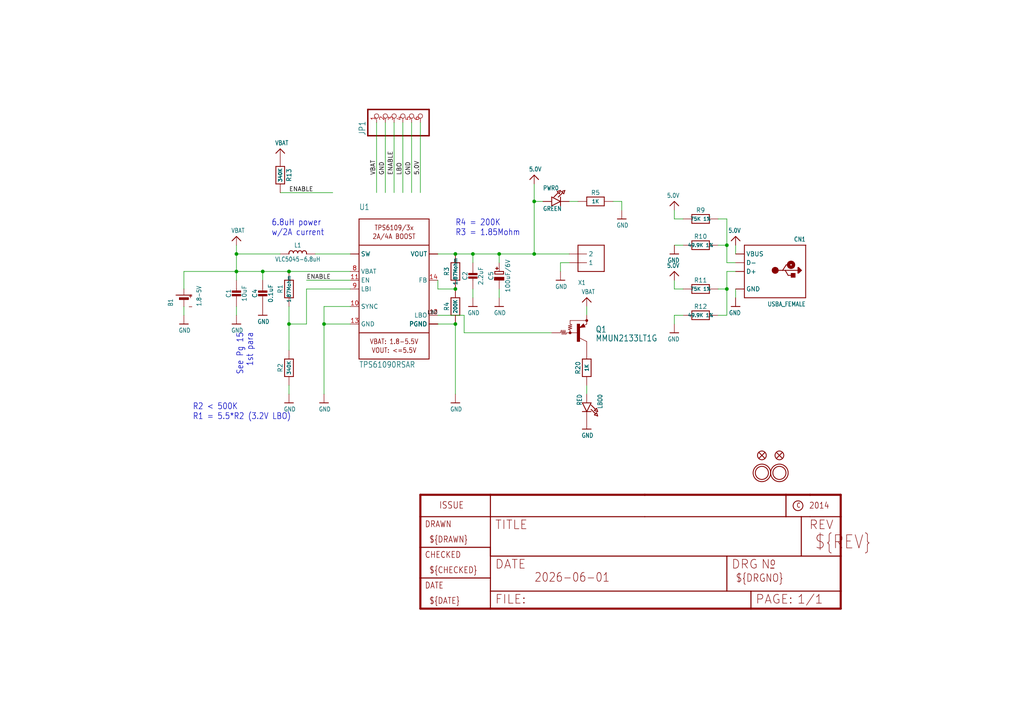
<source format=kicad_sch>
(kicad_sch (version 20230121) (generator eeschema)
  (paper "A4")
  (lib_symbols
    (symbol "working-eagle-import:-PNP_DRIVER-SC59-BEC"
      (property "Reference" "T" (at -10.16 7.62 0))
      (symbol "-PNP_DRIVER-SC59-BEC_1_0"
        (circle (center -2.286 0) (radius 0.254) (stroke (width 0.3048)))
        (rectangle (start -0.254 -2.54) (end 0.508 2.54) (fill (type outline)))
        (polyline (pts (xy -5.08 0) (xy -4.826 0.762)) (stroke (width 0.1524)))
        (polyline (pts (xy -4.826 0.762) (xy -4.572 -0.508)) (stroke (width 0.1524)))
        (polyline (pts (xy -4.572 -0.508) (xy -4.318 0.762)) (stroke (width 0.1524)))
        (polyline (pts (xy -4.318 0.762) (xy -4.064 -0.508)) (stroke (width 0.1524)))
        (polyline (pts (xy -4.064 -0.508) (xy -3.81 0.762)) (stroke (width 0.1524)))
        (polyline (pts (xy -3.81 0.762) (xy -3.556 -0.508)) (stroke (width 0.1524)))
        (polyline (pts (xy -3.556 -0.508) (xy -3.302 0)) (stroke (width 0.1524)))
        (polyline (pts (xy -3.302 0) (xy -2.286 0)) (stroke (width 0.1524)))
        (polyline (pts (xy -2.794 1.016) (xy -1.778 1.27)) (stroke (width 0.1524)))
        (polyline (pts (xy -2.794 1.524) (xy -1.778 1.778)) (stroke (width 0.1524)))
        (polyline (pts (xy -2.794 2.032) (xy -1.778 2.286)) (stroke (width 0.1524)))
        (polyline (pts (xy -2.286 0) (xy -2.286 0.762)) (stroke (width 0.1524)))
        (polyline (pts (xy -2.286 0) (xy -0.254 0)) (stroke (width 0.1524)))
        (polyline (pts (xy -2.286 0.762) (xy -2.794 1.016)) (stroke (width 0.1524)))
        (polyline (pts (xy -2.286 2.54) (xy -2.286 3.556)) (stroke (width 0.1524)))
        (polyline (pts (xy -2.286 3.556) (xy 2.54 3.556)) (stroke (width 0.1524)))
        (polyline (pts (xy -1.778 1.27) (xy -2.794 1.524)) (stroke (width 0.1524)))
        (polyline (pts (xy -1.778 1.778) (xy -2.794 2.032)) (stroke (width 0.1524)))
        (polyline (pts (xy -1.778 2.286) (xy -2.286 2.54)) (stroke (width 0.1524)))
        (polyline (pts (xy 0.5159 1.478) (xy 2.0861 1.6779)) (stroke (width 0.1524)))
        (polyline (pts (xy 0.762 1.651) (xy 1.778 1.778)) (stroke (width 0.254)))
        (polyline (pts (xy 1.143 1.905) (xy 1.524 1.905)) (stroke (width 0.254)))
        (polyline (pts (xy 1.524 2.159) (xy 1.143 1.905)) (stroke (width 0.254)))
        (polyline (pts (xy 1.524 2.413) (xy 0.762 1.651)) (stroke (width 0.254)))
        (polyline (pts (xy 1.5781 2.5941) (xy 0.5159 1.478)) (stroke (width 0.1524)))
        (polyline (pts (xy 1.778 1.778) (xy 1.524 2.159)) (stroke (width 0.254)))
        (polyline (pts (xy 1.905 1.778) (xy 1.524 2.413)) (stroke (width 0.254)))
        (polyline (pts (xy 2.0861 1.6779) (xy 1.5781 2.5941)) (stroke (width 0.1524)))
        (polyline (pts (xy 2.54 -2.54) (xy 0.508 -1.524)) (stroke (width 0.1524)))
        (polyline (pts (xy 2.54 2.54) (xy 1.808 2.1239)) (stroke (width 0.1524)))
        (circle (center 2.54 3.556) (radius 0.254) (stroke (width 0.3048)))
        (pin passive line (at -7.62 0 0) (length 2.54) (name "B") (number "B"))
        (pin passive line (at 2.54 -5.08 90) (length 2.54) (name "C") (number "C"))
        (pin passive line (at 2.54 5.08 270) (length 2.54) (name "E") (number "E"))
      )
    )
    (symbol "working-eagle-import:5.0V" (power)
      (property "Value" "5.0V" (at -1.524 1.016 0))
      (symbol "5.0V_1_0"
        (polyline (pts (xy -1.27 -1.27) (xy 0 0)) (stroke (width 0.254)))
        (polyline (pts (xy 0 0) (xy 1.27 -1.27)) (stroke (width 0.254)))
        (pin power_in line (at 0 -2.54 90) (length 2.54) (name "5.0V") (number "1"))
      )
    )
    (symbol "working-eagle-import:BATTERY"
      (property "Reference" "B" (at -2.54 3.175 0))
      (symbol "BATTERY_1_0"
        (polyline (pts (xy -2.54 0) (xy -0.635 0)) (stroke (width 0.1524)))
        (polyline (pts (xy -0.508 -1.27) (xy -0.508 1.27)) (stroke (width 0.254)))
        (polyline (pts (xy -0.508 1.27) (xy -0.254 1.27)) (stroke (width 0.254)))
        (polyline (pts (xy -0.254 -1.27) (xy -0.508 -1.27)) (stroke (width 0.254)))
        (polyline (pts (xy -0.254 1.27) (xy -0.254 -1.27)) (stroke (width 0.254)))
        (polyline (pts (xy -0.254 1.27) (xy 0 1.27)) (stroke (width 0.254)))
        (polyline (pts (xy 0 -1.27) (xy -0.254 -1.27)) (stroke (width 0.254)))
        (polyline (pts (xy 0 1.27) (xy 0 -1.27)) (stroke (width 0.254)))
        (polyline (pts (xy 0.762 2.286) (xy 0.762 -2.286)) (stroke (width 0.254)))
        (polyline (pts (xy 0.889 0) (xy 2.54 0)) (stroke (width 0.1524)))
        (text "+" (at 1.27 -1.143 900) (effects (font (size 1.27 1.0795)) (justify right top)))
        (text "-" (at -1.778 -1.143 900) (effects (font (size 1.27 1.0795)) (justify right top)))
        (pin passive line (at -2.54 0 0) (length 0) (name "-") (number "1"))
        (pin passive line (at 2.54 0 180) (length 0) (name "+") (number "2"))
      )
    )
    (symbol "working-eagle-import:CAP_CERAMIC0805-NOOUTLINE"
      (property "Reference" "C" (at -2.29 1.25 90))
      (symbol "CAP_CERAMIC0805-NOOUTLINE_1_0"
        (rectangle (start -1.27 0.508) (end 1.27 1.016) (fill (type outline)))
        (rectangle (start -1.27 1.524) (end 1.27 2.032) (fill (type outline)))
        (polyline (pts (xy 0 0.762) (xy 0 0)) (stroke (width 0.1524)))
        (polyline (pts (xy 0 2.54) (xy 0 1.778)) (stroke (width 0.1524)))
        (pin passive line (at 0 5.08 270) (length 2.54) (name "1") (number "1"))
        (pin passive line (at 0 -2.54 90) (length 2.54) (name "2") (number "2"))
      )
    )
    (symbol "working-eagle-import:CAP_TANTALUMB/3528_REFLOW"
      (property "Reference" "C" (at -2.39 1.25 90))
      (symbol "CAP_TANTALUMB/3528_REFLOW_1_0"
        (rectangle (start -1.397 0) (end 1.397 0.889) (fill (type outline)))
        (polyline (pts (xy -1.27 1.778) (xy -1.27 2.54)) (stroke (width 0.254)))
        (polyline (pts (xy -1.27 2.54) (xy 1.27 2.54)) (stroke (width 0.254)))
        (polyline (pts (xy -1.016 3.429) (xy -0.254 3.429)) (stroke (width 0.254)))
        (polyline (pts (xy -0.635 3.81) (xy -0.635 3.048)) (stroke (width 0.254)))
        (polyline (pts (xy 1.27 1.778) (xy -1.27 1.778)) (stroke (width 0.254)))
        (polyline (pts (xy 1.27 2.54) (xy 1.27 1.778)) (stroke (width 0.254)))
        (pin passive line (at 0 5.08 270) (length 2.54) (name "+") (number "+"))
        (pin passive line (at 0 -2.54 90) (length 2.54) (name "-") (number "-"))
      )
    )
    (symbol "working-eagle-import:FIDUCIAL{dblquote}{dblquote}"
      (symbol "FIDUCIAL{dblquote}{dblquote}_1_0"
        (polyline (pts (xy -0.762 0.762) (xy 0.762 -0.762)) (stroke (width 0.254)))
        (polyline (pts (xy 0.762 0.762) (xy -0.762 -0.762)) (stroke (width 0.254)))
        (circle (center 0 0) (radius 1.27) (stroke (width 0.254)))
      )
    )
    (symbol "working-eagle-import:FRAME_A4"
      (symbol "FRAME_A4_1_0"
        (polyline (pts (xy 0 44.7675) (xy 3.81 44.7675)))
        (polyline (pts (xy 0 89.535) (xy 3.81 89.535)))
        (polyline (pts (xy 0 134.3025) (xy 3.81 134.3025)))
        (polyline (pts (xy 3.81 3.81) (xy 3.81 175.26)))
        (polyline (pts (xy 43.3917 0) (xy 43.3917 3.81)))
        (polyline (pts (xy 43.3917 175.26) (xy 43.3917 179.07)))
        (polyline (pts (xy 86.7833 0) (xy 86.7833 3.81)))
        (polyline (pts (xy 86.7833 175.26) (xy 86.7833 179.07)))
        (polyline (pts (xy 130.175 0) (xy 130.175 3.81)))
        (polyline (pts (xy 130.175 175.26) (xy 130.175 179.07)))
        (polyline (pts (xy 173.5667 0) (xy 173.5667 3.81)))
        (polyline (pts (xy 173.5667 175.26) (xy 173.5667 179.07)))
        (polyline (pts (xy 216.9583 0) (xy 216.9583 3.81)))
        (polyline (pts (xy 216.9583 175.26) (xy 216.9583 179.07)))
        (polyline (pts (xy 256.54 3.81) (xy 3.81 3.81)))
        (polyline (pts (xy 256.54 3.81) (xy 256.54 8.89)) (stroke (width 0.1016)))
        (polyline (pts (xy 256.54 3.81) (xy 256.54 175.26)))
        (polyline (pts (xy 256.54 8.89) (xy 256.54 13.97)) (stroke (width 0.1016)))
        (polyline (pts (xy 256.54 13.97) (xy 256.54 19.05)) (stroke (width 0.1016)))
        (polyline (pts (xy 256.54 19.05) (xy 256.54 36.83)) (stroke (width 0.1016)))
        (polyline (pts (xy 256.54 44.7675) (xy 260.35 44.7675)))
        (polyline (pts (xy 256.54 89.535) (xy 260.35 89.535)))
        (polyline (pts (xy 256.54 134.3025) (xy 260.35 134.3025)))
        (polyline (pts (xy 256.54 175.26) (xy 3.81 175.26)))
        (polyline (pts (xy 0 0) (xy 260.35 0) (xy 260.35 179.07) (xy 0 179.07) (xy 0 0)))
        (text "1" (at 21.6958 1.905 0) (effects (font (size 2.54 2.286))))
        (text "1" (at 21.6958 177.165 0) (effects (font (size 2.54 2.286))))
        (text "2" (at 65.0875 1.905 0) (effects (font (size 2.54 2.286))))
        (text "2" (at 65.0875 177.165 0) (effects (font (size 2.54 2.286))))
        (text "3" (at 108.4792 1.905 0) (effects (font (size 2.54 2.286))))
        (text "3" (at 108.4792 177.165 0) (effects (font (size 2.54 2.286))))
        (text "4" (at 151.8708 1.905 0) (effects (font (size 2.54 2.286))))
        (text "4" (at 151.8708 177.165 0) (effects (font (size 2.54 2.286))))
        (text "5" (at 195.2625 1.905 0) (effects (font (size 2.54 2.286))))
        (text "5" (at 195.2625 177.165 0) (effects (font (size 2.54 2.286))))
        (text "6" (at 238.6542 1.905 0) (effects (font (size 2.54 2.286))))
        (text "6" (at 238.6542 177.165 0) (effects (font (size 2.54 2.286))))
        (text "A" (at 1.905 156.6863 0) (effects (font (size 2.54 2.286))))
        (text "A" (at 258.445 156.6863 0) (effects (font (size 2.54 2.286))))
        (text "B" (at 1.905 111.9188 0) (effects (font (size 2.54 2.286))))
        (text "B" (at 258.445 111.9188 0) (effects (font (size 2.54 2.286))))
        (text "C" (at 1.905 67.1513 0) (effects (font (size 2.54 2.286))))
        (text "C" (at 258.445 67.1513 0) (effects (font (size 2.54 2.286))))
        (text "D" (at 1.905 22.3838 0) (effects (font (size 2.54 2.286))))
        (text "D" (at 258.445 22.3838 0) (effects (font (size 2.54 2.286))))
      )
      (symbol "FRAME_A4_2_0"
        (polyline (pts (xy 0 1.27) (xy 20.32 1.27)) (stroke (width 0.6096)))
        (polyline (pts (xy 0 10.16) (xy 0 1.27)) (stroke (width 0.6096)))
        (polyline (pts (xy 0 10.16) (xy 20.32 10.16)) (stroke (width 0.3048)))
        (polyline (pts (xy 0 19.05) (xy 0 10.16)) (stroke (width 0.6096)))
        (polyline (pts (xy 0 19.05) (xy 20.32 19.05)) (stroke (width 0.3048)))
        (polyline (pts (xy 0 27.94) (xy 0 19.05)) (stroke (width 0.6096)))
        (polyline (pts (xy 0 27.94) (xy 20.32 27.94)) (stroke (width 0.3048)))
        (polyline (pts (xy 0 34.29) (xy 0 27.94)) (stroke (width 0.6096)))
        (polyline (pts (xy 20.32 1.27) (xy 20.32 6.35)) (stroke (width 0.3048)))
        (polyline (pts (xy 20.32 1.27) (xy 95.885 1.27)) (stroke (width 0.6096)))
        (polyline (pts (xy 20.32 6.35) (xy 20.32 10.16)) (stroke (width 0.3048)))
        (polyline (pts (xy 20.32 6.35) (xy 88.9 6.35)) (stroke (width 0.3048)))
        (polyline (pts (xy 20.32 10.16) (xy 20.32 19.05)) (stroke (width 0.3048)))
        (polyline (pts (xy 20.32 16.51) (xy 20.32 19.05)) (stroke (width 0.3048)))
        (polyline (pts (xy 20.32 19.05) (xy 20.32 27.94)) (stroke (width 0.3048)))
        (polyline (pts (xy 20.32 27.94) (xy 20.32 34.29)) (stroke (width 0.3048)))
        (polyline (pts (xy 20.32 27.94) (xy 65.0875 27.94)) (stroke (width 0.3048)))
        (polyline (pts (xy 20.32 34.29) (xy 0 34.29)) (stroke (width 0.6096)))
        (polyline (pts (xy 65.0875 27.94) (xy 106.045 27.94)) (stroke (width 0.3048)))
        (polyline (pts (xy 65.0875 34.29) (xy 20.32 34.29)) (stroke (width 0.6096)))
        (polyline (pts (xy 88.9 6.35) (xy 95.885 6.35)) (stroke (width 0.3048)))
        (polyline (pts (xy 88.9 16.51) (xy 20.32 16.51)) (stroke (width 0.3048)))
        (polyline (pts (xy 88.9 16.51) (xy 88.9 6.35)) (stroke (width 0.3048)))
        (polyline (pts (xy 95.885 1.27) (xy 121.92 1.27)) (stroke (width 0.6096)))
        (polyline (pts (xy 95.885 6.35) (xy 95.885 1.27)) (stroke (width 0.3048)))
        (polyline (pts (xy 95.885 6.35) (xy 121.92 6.35)) (stroke (width 0.3048)))
        (polyline (pts (xy 101.6 13.0175) (xy 102.5525 13.0175)) (stroke (width 0.254)))
        (polyline (pts (xy 106.045 27.94) (xy 106.045 34.29)) (stroke (width 0.3048)))
        (polyline (pts (xy 106.045 27.94) (xy 110.49 27.94)) (stroke (width 0.3048)))
        (polyline (pts (xy 106.045 34.29) (xy 65.0875 34.29)) (stroke (width 0.6096)))
        (polyline (pts (xy 110.49 16.51) (xy 88.9 16.51)) (stroke (width 0.3048)))
        (polyline (pts (xy 110.49 27.94) (xy 110.49 16.51)) (stroke (width 0.3048)))
        (polyline (pts (xy 110.49 27.94) (xy 113.03 27.94)) (stroke (width 0.3048)))
        (polyline (pts (xy 113.03 27.94) (xy 121.92 27.94)) (stroke (width 0.3048)))
        (polyline (pts (xy 113.03 34.29) (xy 106.045 34.29)) (stroke (width 0.6096)))
        (polyline (pts (xy 121.92 6.35) (xy 121.92 1.27)) (stroke (width 0.6096)))
        (polyline (pts (xy 121.92 16.51) (xy 110.49 16.51)) (stroke (width 0.3048)))
        (polyline (pts (xy 121.92 16.51) (xy 121.92 6.35)) (stroke (width 0.6096)))
        (polyline (pts (xy 121.92 27.94) (xy 121.92 16.51)) (stroke (width 0.6096)))
        (polyline (pts (xy 121.92 34.29) (xy 113.03 34.29)) (stroke (width 0.6096)))
        (polyline (pts (xy 121.92 34.29) (xy 121.92 27.94)) (stroke (width 0.6096)))
        (circle (center 109.5375 31.115) (radius 1.4199) (stroke (width 0.254)))
        (text "${#}/${##}" (at 109.22 2.54 0) (effects (font (size 2.54 2.54)) (justify left bottom)))
        (text "${CHECKED}" (at 2.54 11.43 0) (effects (font (size 1.778 1.5113)) (justify left bottom)))
        (text "${COMPANY}" (at 23.6538 29.3687 0) (effects (font (size 3.175 2.6987) (thickness 0.5397) bold) (justify left bottom)))
        (text "${CURRENT_DATE}" (at 33.02 8.89 0) (effects (font (size 2.54 2.159)) (justify left bottom)))
        (text "${DATE}" (at 2.54 2.54 0) (effects (font (size 1.778 1.5113)) (justify left bottom)))
        (text "${DRAWN}" (at 2.54 20.32 0) (effects (font (size 1.778 1.5113)) (justify left bottom)))
        (text "${DRGNO}" (at 91.44 8.89 0) (effects (font (size 2.1844 1.8567)) (justify left bottom)))
        (text "${PROJECTNAME}" (at 33.3375 2.54 0) (effects (font (size 2.54 2.159)) (justify left bottom)))
        (text "${REV}" (at 114.3 18.415 0) (effects (font (size 3.81 3.2385)) (justify left bottom)))
        (text "2014" (at 112.7125 30.1625 0) (effects (font (size 1.778 1.5113)) (justify left bottom)))
        (text "C" (at 109.0612 30.48 0) (effects (font (size 1.27 1.0795)) (justify left bottom)))
        (text "CHECKED" (at 1.27 15.875 0) (effects (font (size 1.778 1.5113)) (justify left bottom)))
        (text "DATE" (at 1.27 6.985 0) (effects (font (size 1.778 1.5113)) (justify left bottom)))
        (text "DATE" (at 21.59 12.7 0) (effects (font (size 2.54 2.54)) (justify left bottom)))
        (text "DRAWN" (at 1.27 24.765 0) (effects (font (size 1.778 1.5113)) (justify left bottom)))
        (text "DRG" (at 90.17 12.7 0) (effects (font (size 2.54 2.54)) (justify left bottom)))
        (text "FILE:" (at 21.59 2.54 0) (effects (font (size 2.54 2.54)) (justify left bottom)))
        (text "ISSUE" (at 5.3975 30.1625 0) (effects (font (size 1.9304 1.6408)) (justify left bottom)))
        (text "N" (at 98.7425 12.7 0) (effects (font (size 2.54 2.54)) (justify left bottom)))
        (text "o" (at 101.2825 13.6525 0) (effects (font (size 2.1844 1.8567)) (justify left bottom)))
        (text "PAGE:" (at 97.155 2.54 0) (effects (font (size 2.54 2.54)) (justify left bottom)))
        (text "REV" (at 112.7125 24.13 0) (effects (font (size 2.54 2.54)) (justify left bottom)))
        (text "TITLE" (at 21.59 24.13 0) (effects (font (size 2.54 2.54)) (justify left bottom)))
      )
    )
    (symbol "working-eagle-import:GND" (power)
      (property "Value" "GND" (at -1.524 -2.54 0))
      (symbol "GND_1_0"
        (polyline (pts (xy -1.27 0) (xy 1.27 0)) (stroke (width 0.254)))
        (pin power_in line (at 0 2.54 270) (length 2.54) (name "GND") (number "1"))
      )
    )
    (symbol "working-eagle-import:INDUCTORTDK_VLC5045"
      (property "Reference" "L" (at 0 2.54 0))
      (symbol "INDUCTORTDK_VLC5045_1_0"
        (arc (start -1.27 0.3173) (mid -1.9049 0.9497) (end -2.54 0.3175) (stroke (width 0.254)))
        (polyline (pts (xy -2.54 0.3175) (xy -2.54 0)) (stroke (width 0.254)))
        (polyline (pts (xy 2.54 0.3175) (xy 2.54 0)) (stroke (width 0.254)))
        (arc (start 0 0.3173) (mid -0.6349 0.9497) (end -1.27 0.3175) (stroke (width 0.254)))
        (arc (start 1.27 0.3173) (mid 0.6351 0.9497) (end 0 0.3175) (stroke (width 0.254)))
        (arc (start 2.54 0.3173) (mid 1.9051 0.9497) (end 1.27 0.3175) (stroke (width 0.254)))
        (pin passive line (at -5.08 0 0) (length 2.54) (name "1") (number "P$1"))
        (pin passive line (at 5.08 0 180) (length 2.54) (name "2") (number "P$2"))
      )
    )
    (symbol "working-eagle-import:LED0805_NOOUTLINE"
      (property "Reference" "LED" (at -5.08 3.175 0))
      (symbol "LED0805_NOOUTLINE_1_0"
        (polyline (pts (xy -2.54 -1.27) (xy 0 0)) (stroke (width 0.254)))
        (polyline (pts (xy -2.54 1.27) (xy -2.54 -1.27)) (stroke (width 0.254)))
        (polyline (pts (xy -1.905 1.27) (xy -0.635 2.54)) (stroke (width 0.254)))
        (polyline (pts (xy -0.9525 2.8575) (xy -0.3175 2.2225)) (stroke (width 0.254)))
        (polyline (pts (xy -0.635 1.27) (xy 0.635 2.54)) (stroke (width 0.254)))
        (polyline (pts (xy -0.3175 2.2225) (xy 0 3.175)) (stroke (width 0.254)))
        (polyline (pts (xy 0 0) (xy -2.54 1.27)) (stroke (width 0.254)))
        (polyline (pts (xy 0 0) (xy 0 -1.27)) (stroke (width 0.254)))
        (polyline (pts (xy 0 1.27) (xy 0 0)) (stroke (width 0.254)))
        (polyline (pts (xy 0 3.175) (xy -0.9525 2.8575)) (stroke (width 0.254)))
        (polyline (pts (xy 0.3175 2.8575) (xy 0.9525 2.2225)) (stroke (width 0.254)))
        (polyline (pts (xy 0.9525 2.2225) (xy 1.27 3.175)) (stroke (width 0.254)))
        (polyline (pts (xy 1.27 3.175) (xy 0.3175 2.8575)) (stroke (width 0.254)))
        (pin passive line (at -5.08 0 0) (length 2.54) (name "A") (number "A"))
        (pin passive line (at 2.54 0 180) (length 2.54) (name "C") (number "C"))
      )
    )
    (symbol "working-eagle-import:MOUNTINGHOLE2.5"
      (symbol "MOUNTINGHOLE2.5_1_0"
        (circle (center 0 0) (radius 1.905) (stroke (width 0.254)))
        (circle (center 0 0) (radius 2.54) (stroke (width 0.254)))
      )
    )
    (symbol "working-eagle-import:PINHD-1X6CB"
      (property "Reference" "JP" (at -6.35 10.795 0))
      (symbol "PINHD-1X6CB_1_0"
        (polyline (pts (xy -6.35 -7.62) (xy 1.27 -7.62)) (stroke (width 0.4064)))
        (polyline (pts (xy -6.35 10.16) (xy -6.35 -7.62)) (stroke (width 0.4064)))
        (polyline (pts (xy 1.27 -7.62) (xy 1.27 10.16)) (stroke (width 0.4064)))
        (polyline (pts (xy 1.27 10.16) (xy -6.35 10.16)) (stroke (width 0.4064)))
        (pin passive inverted (at -2.54 7.62 0) (length 2.54) (name "1") (number "1"))
        (pin passive inverted (at -2.54 5.08 0) (length 2.54) (name "2") (number "2"))
        (pin passive inverted (at -2.54 2.54 0) (length 2.54) (name "3") (number "3"))
        (pin passive inverted (at -2.54 0 0) (length 2.54) (name "4") (number "4"))
        (pin passive inverted (at -2.54 -2.54 0) (length 2.54) (name "5") (number "5"))
        (pin passive inverted (at -2.54 -5.08 0) (length 2.54) (name "6") (number "6"))
      )
    )
    (symbol "working-eagle-import:RESISTOR0805_NOOUTLINE"
      (property "Reference" "R" (at 0 2.54 0))
      (symbol "RESISTOR0805_NOOUTLINE_1_0"
        (polyline (pts (xy -2.54 -1.27) (xy -2.54 1.27)) (stroke (width 0.254)))
        (polyline (pts (xy -2.54 1.27) (xy 2.54 1.27)) (stroke (width 0.254)))
        (polyline (pts (xy 2.54 -1.27) (xy -2.54 -1.27)) (stroke (width 0.254)))
        (polyline (pts (xy 2.54 1.27) (xy 2.54 -1.27)) (stroke (width 0.254)))
        (pin passive line (at -5.08 0 0) (length 2.54) (name "1") (number "1"))
        (pin passive line (at 5.08 0 180) (length 2.54) (name "2") (number "2"))
      )
    )
    (symbol "working-eagle-import:TERMBLOCK_1X2"
      (property "Reference" "X" (at -2.54 7.62 0))
      (symbol "TERMBLOCK_1X2_1_0"
        (polyline (pts (xy -2.54 -2.54) (xy 5.08 -2.54)) (stroke (width 0.254)))
        (polyline (pts (xy -2.54 5.08) (xy -2.54 -2.54)) (stroke (width 0.254)))
        (polyline (pts (xy 5.08 -2.54) (xy 5.08 5.08)) (stroke (width 0.254)))
        (polyline (pts (xy 5.08 5.08) (xy -2.54 5.08)) (stroke (width 0.254)))
        (pin passive line (at -5.08 2.54 0) (length 5.08) (name "1") (number "1"))
        (pin passive line (at -5.08 0 0) (length 5.08) (name "2") (number "2"))
      )
    )
    (symbol "working-eagle-import:USB_TYPEAPTHFML"
      (property "Reference" "X" (at -10.16 8.636 0))
      (symbol "USB_TYPEAPTHFML_1_0"
        (rectangle (start -7.12 -1.72) (end -5.92 -0.52) (fill (type outline)))
        (circle (center -5.92 1.93) (radius 0.2) (stroke (width 1)))
        (circle (center -1.32 0.33) (radius 0.5) (stroke (width 1)))
        (polyline (pts (xy -10.2 7.62) (xy -10.16 7.62)) (stroke (width 0.254)))
        (polyline (pts (xy -10.16 -7.62) (xy 7.62 -7.62)) (stroke (width 0.254)))
        (polyline (pts (xy -10.16 7.62) (xy -10.16 -7.62)) (stroke (width 0.254)))
        (polyline (pts (xy -10.16 7.62) (xy 7.62 7.62)) (stroke (width 0.254)))
        (polyline (pts (xy -8.92 0.33) (xy -8.12 1.13)) (stroke (width 0.254)))
        (polyline (pts (xy -8.52 0.13) (xy -8.32 -0.07)) (stroke (width 0.254)))
        (polyline (pts (xy -8.52 0.33) (xy -8.52 0.13)) (stroke (width 0.254)))
        (polyline (pts (xy -8.32 -0.07) (xy -8.32 0.73)) (stroke (width 0.254)))
        (polyline (pts (xy -8.32 0.73) (xy -8.72 0.33)) (stroke (width 0.254)))
        (polyline (pts (xy -8.12 -0.47) (xy -8.92 0.33)) (stroke (width 0.254)))
        (polyline (pts (xy -8.12 -0.27) (xy -8.12 1.13)) (stroke (width 0.254)))
        (polyline (pts (xy -8.12 1.13) (xy -7.92 1.13)) (stroke (width 0.254)))
        (polyline (pts (xy -7.92 -0.47) (xy -8.12 -0.47)) (stroke (width 0.254)))
        (polyline (pts (xy -7.92 0.33) (xy -7.92 -0.47)) (stroke (width 0.254)))
        (polyline (pts (xy -7.92 1.13) (xy -7.92 0.33)) (stroke (width 0.254)))
        (polyline (pts (xy -6.27 -1.12) (xy -5.07 -1.12)) (stroke (width 0.254)))
        (polyline (pts (xy -5.52 1.93) (xy -4.52 1.93)) (stroke (width 0.254)))
        (polyline (pts (xy -5.07 -1.12) (xy -4.22 0.33)) (stroke (width 0.254)))
        (polyline (pts (xy -4.52 1.93) (xy -3.47 0.33)) (stroke (width 0.254)))
        (polyline (pts (xy -4.22 0.33) (xy -7.92 0.33)) (stroke (width 0.254)))
        (polyline (pts (xy -3.47 0.33) (xy -4.22 0.33)) (stroke (width 0.254)))
        (polyline (pts (xy -1.32 0.33) (xy -3.47 0.33)) (stroke (width 0.254)))
        (polyline (pts (xy 7.62 7.62) (xy 7.62 -7.62)) (stroke (width 0.254)))
        (pin bidirectional line (at 10.16 0 180) (length 2.54) (name "D+") (number "D+"))
        (pin bidirectional line (at 10.16 2.54 180) (length 2.54) (name "D-") (number "D-"))
        (pin power_in line (at 10.16 -5.08 180) (length 2.54) (name "GND") (number "GND"))
        (pin power_in line (at 10.16 5.08 180) (length 2.54) (name "VBUS") (number "VBUS"))
      )
    )
    (symbol "working-eagle-import:VBAT" (power)
      (property "Value" "VBAT" (at -1.524 1.016 0))
      (symbol "VBAT_1_0"
        (polyline (pts (xy -1.27 -1.27) (xy 0 0)) (stroke (width 0.254)))
        (polyline (pts (xy 0 0) (xy 1.27 -1.27)) (stroke (width 0.254)))
        (pin power_in line (at 0 -2.54 90) (length 2.54) (name "VBAT") (number "1"))
      )
    )
    (symbol "working-eagle-import:VREG_TPS6103X"
      (property "Reference" "U" (at -10.16 22.86 0))
      (symbol "VREG_TPS6103X_1_0"
        (polyline (pts (xy -10.16 -20.32) (xy 10.16 -20.32)) (stroke (width 0.254)))
        (polyline (pts (xy -10.16 -12.7) (xy -10.16 -20.32)) (stroke (width 0.254)))
        (polyline (pts (xy -10.16 -12.7) (xy -10.16 12.7)) (stroke (width 0.254)))
        (polyline (pts (xy -10.16 12.7) (xy -10.16 20.32)) (stroke (width 0.254)))
        (polyline (pts (xy -10.16 12.7) (xy 10.16 12.7)) (stroke (width 0.254)))
        (polyline (pts (xy -10.16 20.32) (xy 10.16 20.32)) (stroke (width 0.254)))
        (polyline (pts (xy 10.16 -20.32) (xy 10.16 -12.7)) (stroke (width 0.254)))
        (polyline (pts (xy 10.16 -12.7) (xy -10.16 -12.7)) (stroke (width 0.254)))
        (polyline (pts (xy 10.16 12.7) (xy 10.16 -12.7)) (stroke (width 0.254)))
        (polyline (pts (xy 10.16 20.32) (xy 10.16 12.7)) (stroke (width 0.254)))
        (text "2A/4A BOOST" (at 0 15.24 0) (effects (font (size 1.4224 1.209))))
        (text "TPS6109/3x" (at 0 17.78 0) (effects (font (size 1.4224 1.209))))
        (text "VBAT: 1.8-5.5V" (at 0 -15.24 0) (effects (font (size 1.4224 1.209))))
        (text "VOUT: <=5.5V" (at 0 -17.78 0) (effects (font (size 1.4224 1.209))))
        (pin power_in line (at 12.7 10.16 180) (length 2.54) (name "VOUT") (number "1"))
        (pin input line (at -12.7 -5.08 0) (length 2.54) (name "SYNC") (number "10"))
        (pin input line (at -12.7 2.54 0) (length 2.54) (name "EN") (number "11"))
        (pin output line (at 12.7 -7.62 180) (length 2.54) (name "LBO") (number "12"))
        (pin power_in line (at -12.7 -10.16 0) (length 2.54) (name "GND") (number "13"))
        (pin input line (at 12.7 2.54 180) (length 2.54) (name "FB") (number "14"))
        (pin power_in line (at 12.7 10.16 180) (length 2.54) (name "VOUT") (number "15"))
        (pin power_in line (at 12.7 10.16 180) (length 2.54) (name "VOUT") (number "16"))
        (pin input line (at -12.7 10.16 0) (length 2.54) (name "SW") (number "3"))
        (pin input line (at -12.7 10.16 0) (length 2.54) (name "SW") (number "4"))
        (pin power_in line (at 12.7 -10.16 180) (length 2.54) (name "PGND") (number "5"))
        (pin power_in line (at 12.7 -10.16 180) (length 2.54) (name "PGND") (number "6"))
        (pin power_in line (at 12.7 -10.16 180) (length 2.54) (name "PGND") (number "7"))
        (pin input line (at -12.7 5.08 0) (length 2.54) (name "VBAT") (number "8"))
        (pin input line (at -12.7 0 0) (length 2.54) (name "LBI") (number "9"))
        (pin power_in line (at 12.7 -10.16 180) (length 2.54) (name "PGND") (number "P$18"))
        (pin power_in line (at 12.7 -10.16 180) (length 2.54) (name "PGND") (number "P$19"))
        (pin power_in line (at 12.7 -10.16 180) (length 2.54) (name "PGND") (number "P$20"))
        (pin power_in line (at 12.7 -10.16 180) (length 2.54) (name "PGND") (number "P$21"))
        (pin power_in line (at 12.7 -10.16 180) (length 2.54) (name "PGND") (number "P$22"))
        (pin power_in line (at 12.7 -10.16 180) (length 2.54) (name "PGND") (number "THERMAL"))
      )
    )
  )
  (junction (at 210.82 71.12))
  (junction (at 83.82 93.98))
  (junction (at 154.94 73.66))
  (junction (at 137.16 73.66))
  (junction (at 83.82 78.74))
  (junction (at 76.2 78.74))
  (junction (at 210.82 83.82))
  (junction (at 144.78 73.66))
  (junction (at 132.08 93.98))
  (junction (at 154.94 58.42))
  (junction (at 68.58 78.74))
  (junction (at 93.98 93.98))
  (junction (at 132.08 73.66))
  (junction (at 68.58 73.66))
  (junction (at 132.08 83.82))
  (wire (pts (xy 165.1 58.42) (xy 167.64 58.42)) (stroke (width 0.1524)))
  (wire (pts (xy 68.58 88.9) (xy 68.58 91.44)) (stroke (width 0.1524)))
  (wire (pts (xy 210.82 91.44) (xy 208.28 91.44)) (stroke (width 0.1524)))
  (wire (pts (xy 144.78 73.66) (xy 154.94 73.66)) (stroke (width 0.1524)))
  (wire (pts (xy 93.98 93.98) (xy 93.98 114.3)) (stroke (width 0.1524)))
  (wire (pts (xy 195.58 83.82) (xy 195.58 81.28)) (stroke (width 0.1524)))
  (wire (pts (xy 101.6 88.9) (xy 93.98 88.9)) (stroke (width 0.1524)))
  (wire (pts (xy 177.8 58.42) (xy 180.34 58.42)) (stroke (width 0.1524)))
  (wire (pts (xy 132.08 73.66) (xy 137.16 73.66)) (stroke (width 0.1524)))
  (wire (pts (xy 210.82 76.2) (xy 210.82 71.12)) (stroke (width 0.1524)))
  (wire (pts (xy 101.6 93.98) (xy 93.98 93.98)) (stroke (width 0.1524)))
  (wire (pts (xy 154.94 58.42) (xy 154.94 53.34)) (stroke (width 0.1524)))
  (wire (pts (xy 127 83.82) (xy 132.08 83.82)) (stroke (width 0.1524)))
  (wire (pts (xy 154.94 73.66) (xy 154.94 58.42)) (stroke (width 0.1524)))
  (wire (pts (xy 53.34 88.9) (xy 53.34 91.44)) (stroke (width 0.1524)))
  (wire (pts (xy 144.78 73.66) (xy 144.78 76.2)) (stroke (width 0.1524)))
  (wire (pts (xy 137.16 76.2) (xy 137.16 73.66)) (stroke (width 0.1524)))
  (wire (pts (xy 210.82 63.5) (xy 208.28 63.5)) (stroke (width 0.1524)))
  (wire (pts (xy 180.34 58.42) (xy 180.34 60.96)) (stroke (width 0.1524)))
  (wire (pts (xy 101.6 83.82) (xy 88.9 83.82)) (stroke (width 0.1524)))
  (wire (pts (xy 170.18 114.3) (xy 170.18 111.76)) (stroke (width 0.1524)))
  (wire (pts (xy 198.12 71.12) (xy 195.58 71.12)) (stroke (width 0.1524)))
  (wire (pts (xy 170.18 91.44) (xy 170.18 88.9)) (stroke (width 0.1524)))
  (wire (pts (xy 210.82 83.82) (xy 210.82 91.44)) (stroke (width 0.1524)))
  (wire (pts (xy 81.28 73.66) (xy 68.58 73.66)) (stroke (width 0.1524)))
  (wire (pts (xy 83.82 93.98) (xy 83.82 101.6)) (stroke (width 0.1524)))
  (wire (pts (xy 111.76 55.88) (xy 111.76 35.56)) (stroke (width 0.1524)))
  (wire (pts (xy 210.82 78.74) (xy 210.82 83.82)) (stroke (width 0.1524)))
  (wire (pts (xy 213.36 76.2) (xy 210.82 76.2)) (stroke (width 0.1524)))
  (wire (pts (xy 101.6 81.28) (xy 88.9 81.28)) (stroke (width 0.1524)))
  (wire (pts (xy 93.98 88.9) (xy 93.98 93.98)) (stroke (width 0.1524)))
  (wire (pts (xy 114.3 35.56) (xy 114.3 55.88)) (stroke (width 0.1524)))
  (wire (pts (xy 101.6 73.66) (xy 91.44 73.66)) (stroke (width 0.1524)))
  (wire (pts (xy 144.78 83.82) (xy 144.78 86.36)) (stroke (width 0.1524)))
  (wire (pts (xy 132.08 93.98) (xy 132.08 114.3)) (stroke (width 0.1524)))
  (wire (pts (xy 83.82 114.3) (xy 83.82 111.76)) (stroke (width 0.1524)))
  (wire (pts (xy 88.9 93.98) (xy 88.9 83.82)) (stroke (width 0.1524)))
  (wire (pts (xy 116.84 35.56) (xy 116.84 55.88)) (stroke (width 0.1524)))
  (wire (pts (xy 137.16 73.66) (xy 144.78 73.66)) (stroke (width 0.1524)))
  (wire (pts (xy 198.12 83.82) (xy 195.58 83.82)) (stroke (width 0.1524)))
  (wire (pts (xy 162.56 76.2) (xy 162.56 78.74)) (stroke (width 0.1524)))
  (wire (pts (xy 127 91.44) (xy 134.62 91.44)) (stroke (width 0.1524)))
  (wire (pts (xy 127 93.98) (xy 132.08 93.98)) (stroke (width 0.1524)))
  (wire (pts (xy 76.2 81.28) (xy 76.2 78.74)) (stroke (width 0.1524)))
  (wire (pts (xy 121.92 35.56) (xy 121.92 55.88)) (stroke (width 0.1524)))
  (wire (pts (xy 157.48 58.42) (xy 154.94 58.42)) (stroke (width 0.1524)))
  (wire (pts (xy 53.34 78.74) (xy 53.34 83.82)) (stroke (width 0.1524)))
  (wire (pts (xy 83.82 78.74) (xy 76.2 78.74)) (stroke (width 0.1524)))
  (wire (pts (xy 134.62 91.44) (xy 134.62 96.52)) (stroke (width 0.1524)))
  (wire (pts (xy 210.82 71.12) (xy 208.28 71.12)) (stroke (width 0.1524)))
  (wire (pts (xy 198.12 63.5) (xy 195.58 63.5)) (stroke (width 0.1524)))
  (wire (pts (xy 68.58 73.66) (xy 68.58 78.74)) (stroke (width 0.1524)))
  (wire (pts (xy 127 81.28) (xy 127 83.82)) (stroke (width 0.1524)))
  (wire (pts (xy 162.56 76.2) (xy 165.1 76.2)) (stroke (width 0.1524)))
  (wire (pts (xy 127 73.66) (xy 132.08 73.66)) (stroke (width 0.1524)))
  (wire (pts (xy 195.58 91.44) (xy 195.58 93.98)) (stroke (width 0.1524)))
  (wire (pts (xy 76.2 78.74) (xy 68.58 78.74)) (stroke (width 0.1524)))
  (wire (pts (xy 213.36 83.82) (xy 213.36 86.36)) (stroke (width 0.1524)))
  (wire (pts (xy 198.12 91.44) (xy 195.58 91.44)) (stroke (width 0.1524)))
  (wire (pts (xy 101.6 78.74) (xy 83.82 78.74)) (stroke (width 0.1524)))
  (wire (pts (xy 96.52 55.88) (xy 81.28 55.88)) (stroke (width 0.1524)))
  (wire (pts (xy 68.58 78.74) (xy 68.58 81.28)) (stroke (width 0.1524)))
  (wire (pts (xy 210.82 71.12) (xy 210.82 63.5)) (stroke (width 0.1524)))
  (wire (pts (xy 119.38 35.56) (xy 119.38 55.88)) (stroke (width 0.1524)))
  (wire (pts (xy 213.36 73.66) (xy 213.36 71.12)) (stroke (width 0.1524)))
  (wire (pts (xy 109.22 35.56) (xy 109.22 55.88)) (stroke (width 0.1524)))
  (wire (pts (xy 88.9 93.98) (xy 83.82 93.98)) (stroke (width 0.1524)))
  (wire (pts (xy 165.1 73.66) (xy 154.94 73.66)) (stroke (width 0.1524)))
  (wire (pts (xy 210.82 83.82) (xy 208.28 83.82)) (stroke (width 0.1524)))
  (wire (pts (xy 68.58 73.66) (xy 68.58 71.12)) (stroke (width 0.1524)))
  (wire (pts (xy 137.16 83.82) (xy 137.16 86.36)) (stroke (width 0.1524)))
  (wire (pts (xy 53.34 78.74) (xy 68.58 78.74)) (stroke (width 0.1524)))
  (wire (pts (xy 195.58 63.5) (xy 195.58 60.96)) (stroke (width 0.1524)))
  (wire (pts (xy 134.62 96.52) (xy 160.02 96.52)) (stroke (width 0.1524)))
  (wire (pts (xy 213.36 78.74) (xy 210.82 78.74)) (stroke (width 0.1524)))
  (wire (pts (xy 83.82 93.98) (xy 83.82 88.9)) (stroke (width 0.1524)))
  (text "See Pg 15\n1st para" (at 68.58 96.52 90) (effects (font (size 1.778 1.5113)) (justify right top)))
  (text "R4 = 200K\nR3 = 1.85Mohm" (at 132.08 68.58 0) (effects (font (size 1.778 1.5113)) (justify left bottom)))
  (text "R2 < 500K\nR1 = 5.5*R2 (3.2V LBO)" (at 55.88 121.92 0) (effects (font (size 1.778 1.5113)) (justify left bottom)))
  (text "6.8uH power\nw/2A current" (at 78.74 68.58 0) (effects (font (size 1.778 1.5113)) (justify left bottom)))
  (label "LBO" (at 116.84 50.8 90) (effects (font (size 1.2446 1.2446))))
  (label "ENABLE" (at 88.9 81.28 0) (effects (font (size 1.2446 1.2446))))
  (label "ENABLE" (at 114.3 50.8 90) (effects (font (size 1.2446 1.2446))))
  (label "LBO" (at 127 91.44 180) (effects (font (size 1.016 1.016))))
  (label "ENABLE" (at 83.82 55.88 0) (effects (font (size 1.2446 1.2446))))
  (label "5.0V" (at 121.92 50.8 90) (effects (font (size 1.2446 1.2446))))
  (label "GND" (at 111.76 50.8 90) (effects (font (size 1.2446 1.2446))))
  (label "VBAT" (at 109.22 50.8 90) (effects (font (size 1.2446 1.2446))))
  (label "GND" (at 119.38 50.8 90) (effects (font (size 1.2446 1.2446))))
  (symbol (lib_id "working-eagle-import:PINHD-1X6CB") (at 116.84 33.02 90) (unit 1)
    (property "Reference" "JP1" (at 106.045 39.37 0) (effects (font (size 1.778 1.5113)) (justify left bottom)))
    (property "Value" "PINHD-1X6CB" (effects hide))
    (property "Footprint" "working:1X06-CLEANBIG" (effects hide))
  )
  (symbol (lib_id "working-eagle-import:GND") (at 213.36 88.9 0) (mirror y) (unit 1)
    (property "Reference" "#U$22" (effects hide))
    (property "Value" "GND" (at 214.884 91.44 0) (effects (font (size 1.27 1.0795)) (justify left bottom)))
  )
  (symbol (lib_id "working-eagle-import:CAP_CERAMIC0805-NOOUTLINE") (at 68.58 86.36 0) (unit 1)
    (property "Reference" "C1" (at 66.29 85.11 90))
    (property "Value" "10uF" (at 70.88 85.11 90))
    (property "Footprint" "working:0805-NO" (effects hide))
  )
  (symbol (lib_id "working-eagle-import:BATTERY") (at 53.34 86.36 90) (unit 1)
    (property "Reference" "B1" (at 50.165 88.9 0) (effects (font (size 1.27 1.0795)) (justify left bottom)))
    (property "Value" "1.8-5V" (at 58.42 88.9 0) (effects (font (size 1.27 1.0795)) (justify left bottom)))
    (property "Footprint" "working:JSTPH2" (effects hide))
  )
  (symbol (lib_id "working-eagle-import:RESISTOR0805_NOOUTLINE") (at 81.28 50.8 270) (unit 1)
    (property "Reference" "R13" (at 83.82 50.8 0))
    (property "Value" "340K" (at 81.28 50.8 0) (effects (font (size 1.016 1.016) bold)))
    (property "Footprint" "working:0805-NO" (effects hide))
  )
  (symbol (lib_id "working-eagle-import:RESISTOR0805_NOOUTLINE") (at 203.2 91.44 0) (mirror y) (unit 1)
    (property "Reference" "R12" (at 203.2 88.9 0))
    (property "Value" "49.9K 1%" (at 203.2 91.44 0) (effects (font (size 1.016 1.016) bold)))
    (property "Footprint" "working:0805-NO" (effects hide))
  )
  (symbol (lib_id "working-eagle-import:VBAT") (at 68.58 68.58 0) (unit 1)
    (property "Reference" "#U$19" (effects hide))
    (property "Value" "VBAT" (at 67.056 67.564 0) (effects (font (size 1.27 1.0795)) (justify left bottom)))
  )
  (symbol (lib_id "working-eagle-import:TERMBLOCK_1X2") (at 170.18 73.66 0) (mirror x) (unit 1)
    (property "Reference" "X1" (at 167.64 81.28 0) (effects (font (size 1.27 1.0795)) (justify left bottom)))
    (property "Value" "TERMBLOCK_1X2" (effects hide))
    (property "Footprint" "working:TERMBLOCK_1X2-3.5MM" (effects hide))
  )
  (symbol (lib_id "working-eagle-import:5.0V") (at 195.58 58.42 0) (mirror y) (unit 1)
    (property "Reference" "#U$15" (effects hide))
    (property "Value" "5.0V" (at 197.104 57.404 0) (effects (font (size 1.27 1.0795)) (justify left bottom)))
  )
  (symbol (lib_id "working-eagle-import:CAP_CERAMIC0805-NOOUTLINE") (at 137.16 81.28 0) (unit 1)
    (property "Reference" "C2" (at 134.87 80.03 90))
    (property "Value" "2.2uF" (at 139.46 80.03 90))
    (property "Footprint" "working:0805-NO" (effects hide))
  )
  (symbol (lib_id "working-eagle-import:RESISTOR0805_NOOUTLINE") (at 203.2 63.5 0) (mirror y) (unit 1)
    (property "Reference" "R9" (at 203.2 60.96 0))
    (property "Value" "75K 1%" (at 203.2 63.5 0) (effects (font (size 1.016 1.016) bold)))
    (property "Footprint" "working:0805-NO" (effects hide))
  )
  (symbol (lib_id "working-eagle-import:RESISTOR0805_NOOUTLINE") (at 203.2 83.82 0) (mirror y) (unit 1)
    (property "Reference" "R11" (at 203.2 81.28 0))
    (property "Value" "75K 1%" (at 203.2 83.82 0) (effects (font (size 1.016 1.016) bold)))
    (property "Footprint" "working:0805-NO" (effects hide))
  )
  (symbol (lib_id "working-eagle-import:GND") (at 144.78 88.9 0) (unit 1)
    (property "Reference" "#U$8" (effects hide))
    (property "Value" "GND" (at 143.256 91.44 0) (effects (font (size 1.27 1.0795)) (justify left bottom)))
  )
  (symbol (lib_id "working-eagle-import:CAP_CERAMIC0805-NOOUTLINE") (at 76.2 86.36 0) (unit 1)
    (property "Reference" "C4" (at 73.91 85.11 90))
    (property "Value" "0.1uF" (at 78.5 85.11 90))
    (property "Footprint" "working:0805-NO" (effects hide))
  )
  (symbol (lib_id "working-eagle-import:GND") (at 76.2 91.44 0) (unit 1)
    (property "Reference" "#U$24" (effects hide))
    (property "Value" "GND" (at 74.676 93.98 0) (effects (font (size 1.27 1.0795)) (justify left bottom)))
  )
  (symbol (lib_id "working-eagle-import:GND") (at 137.16 88.9 0) (unit 1)
    (property "Reference" "#U$6" (effects hide))
    (property "Value" "GND" (at 135.636 91.44 0) (effects (font (size 1.27 1.0795)) (justify left bottom)))
  )
  (symbol (lib_id "working-eagle-import:VREG_TPS6103X") (at 114.3 83.82 0) (unit 1)
    (property "Reference" "U1" (at 104.14 60.96 0) (effects (font (size 1.6764 1.4249)) (justify left bottom)))
    (property "Value" "TPS61090RSAR" (at 104.14 106.68 0) (effects (font (size 1.6764 1.4249)) (justify left bottom)))
    (property "Footprint" "working:PVQFN-16" (effects hide))
  )
  (symbol (lib_id "working-eagle-import:5.0V") (at 195.58 78.74 0) (mirror y) (unit 1)
    (property "Reference" "#U$16" (effects hide))
    (property "Value" "5.0V" (at 197.104 77.724 0) (effects (font (size 1.27 1.0795)) (justify left bottom)))
  )
  (symbol (lib_id "working-eagle-import:LED0805_NOOUTLINE") (at 170.18 119.38 270) (unit 1)
    (property "Reference" "LBO0" (at 173.355 114.3 0) (effects (font (size 1.27 1.0795)) (justify left bottom)))
    (property "Value" "RED" (at 167.386 114.3 0) (effects (font (size 1.27 1.0795)) (justify left bottom)))
    (property "Footprint" "working:CHIPLED_0805_NOOUTLINE" (effects hide))
  )
  (symbol (lib_id "working-eagle-import:GND") (at 132.08 116.84 0) (unit 1)
    (property "Reference" "#U$3" (effects hide))
    (property "Value" "GND" (at 130.556 119.38 0) (effects (font (size 1.27 1.0795)) (justify left bottom)))
  )
  (symbol (lib_id "working-eagle-import:INDUCTORTDK_VLC5045") (at 86.36 73.66 0) (unit 1)
    (property "Reference" "L1" (at 86.36 71.12 0) (effects (font (size 1.27 1.0795))))
    (property "Value" "VLC5045-6.8uH" (at 86.36 75.2 0) (effects (font (size 1.27 1.0795))))
    (property "Footprint" "working:INDUCTOR_5X5MM_TDK_VLC5045" (effects hide))
  )
  (symbol (lib_id "working-eagle-import:CAP_TANTALUMB/3528_REFLOW") (at 144.78 81.28 0) (unit 1)
    (property "Reference" "C5" (at 142.39 80.03 90))
    (property "Value" "100uF/6V" (at 147.28 80.03 90))
    (property "Footprint" "working:EIA3528-21_B-R" (effects hide))
  )
  (symbol (lib_id "working-eagle-import:GND") (at 195.58 96.52 0) (mirror y) (unit 1)
    (property "Reference" "#U$21" (effects hide))
    (property "Value" "GND" (at 197.104 99.06 0) (effects (font (size 1.27 1.0795)) (justify left bottom)))
  )
  (symbol (lib_id "working-eagle-import:RESISTOR0805_NOOUTLINE") (at 203.2 71.12 0) (mirror y) (unit 1)
    (property "Reference" "R10" (at 203.2 68.58 0))
    (property "Value" "49.9K 1%" (at 203.2 71.12 0) (effects (font (size 1.016 1.016) bold)))
    (property "Footprint" "working:0805-NO" (effects hide))
  )
  (symbol (lib_id "working-eagle-import:RESISTOR0805_NOOUTLINE") (at 83.82 83.82 90) (unit 1)
    (property "Reference" "R1" (at 81.28 83.82 0))
    (property "Value" "1.87Mohm" (at 83.82 83.82 0) (effects (font (size 1.016 1.016) bold)))
    (property "Footprint" "working:0805-NO" (effects hide))
  )
  (symbol (lib_id "working-eagle-import:RESISTOR0805_NOOUTLINE") (at 132.08 78.74 90) (unit 1)
    (property "Reference" "R3" (at 129.54 78.74 0))
    (property "Value" "1.87Mohm" (at 132.08 78.74 0) (effects (font (size 1.016 1.016) bold)))
    (property "Footprint" "working:0805-NO" (effects hide))
  )
  (symbol (lib_id "working-eagle-import:GND") (at 170.18 124.46 0) (unit 1)
    (property "Reference" "#U$20" (effects hide))
    (property "Value" "GND" (at 168.656 127 0) (effects (font (size 1.27 1.0795)) (justify left bottom)))
  )
  (symbol (lib_id "working-eagle-import:LED0805_NOOUTLINE") (at 162.56 58.42 0) (unit 1)
    (property "Reference" "PWR0" (at 157.48 55.245 0) (effects (font (size 1.27 1.0795)) (justify left bottom)))
    (property "Value" "GREEN" (at 157.48 61.214 0) (effects (font (size 1.27 1.0795)) (justify left bottom)))
    (property "Footprint" "working:CHIPLED_0805_NOOUTLINE" (effects hide))
  )
  (symbol (lib_id "working-eagle-import:FIDUCIAL{dblquote}{dblquote}") (at 220.98 132.08 0) (unit 1)
    (property "Reference" "FID3" (effects hide))
    (property "Value" "FIDUCIAL{dblquote}{dblquote}" (effects hide))
    (property "Footprint" "working:FIDUCIAL_1MM" (effects hide))
    (property "BOM" "EXCLUDE" (effects hide))
  )
  (symbol (lib_id "working-eagle-import:GND") (at 162.56 81.28 0) (unit 1)
    (property "Reference" "#U$9" (effects hide))
    (property "Value" "GND" (at 161.036 83.82 0) (effects (font (size 1.27 1.0795)) (justify left bottom)))
  )
  (symbol (lib_id "working-eagle-import:VBAT") (at 170.18 86.36 0) (unit 1)
    (property "Reference" "#U$11" (effects hide))
    (property "Value" "VBAT" (at 168.656 85.344 0) (effects (font (size 1.27 1.0795)) (justify left bottom)))
  )
  (symbol (lib_id "working-eagle-import:5.0V") (at 213.36 68.58 0) (mirror y) (unit 1)
    (property "Reference" "#U$17" (effects hide))
    (property "Value" "5.0V" (at 214.884 67.564 0) (effects (font (size 1.27 1.0795)) (justify left bottom)))
  )
  (symbol (lib_id "working-eagle-import:GND") (at 180.34 63.5 0) (unit 1)
    (property "Reference" "#U$14" (effects hide))
    (property "Value" "GND" (at 178.816 66.04 0) (effects (font (size 1.27 1.0795)) (justify left bottom)))
  )
  (symbol (lib_id "working-eagle-import:5.0V") (at 154.94 50.8 0) (unit 1)
    (property "Reference" "#U$7" (effects hide))
    (property "Value" "5.0V" (at 153.416 49.784 0) (effects (font (size 1.27 1.0795)) (justify left bottom)))
  )
  (symbol (lib_id "working-eagle-import:MOUNTINGHOLE2.5") (at 220.98 137.16 0) (unit 1)
    (property "Reference" "U$12" (effects hide))
    (property "Value" "MOUNTINGHOLE2.5" (effects hide))
    (property "Footprint" "working:MOUNTINGHOLE_2.5_PLATED" (effects hide))
  )
  (symbol (lib_id "working-eagle-import:FRAME_A4") (at 121.92 177.8 0) (unit 2)
    (property "Reference" "#FRAME1" (effects hide))
    (property "Value" "FRAME_A4" (effects hide))
  )
  (symbol (lib_id "working-eagle-import:RESISTOR0805_NOOUTLINE") (at 170.18 106.68 90) (unit 1)
    (property "Reference" "R20" (at 167.64 106.68 0))
    (property "Value" "1K" (at 170.18 106.68 0) (effects (font (size 1.016 1.016) bold)))
    (property "Footprint" "working:0805-NO" (effects hide))
  )
  (symbol (lib_id "working-eagle-import:GND") (at 68.58 93.98 0) (unit 1)
    (property "Reference" "#U$4" (effects hide))
    (property "Value" "GND" (at 67.056 96.52 0) (effects (font (size 1.27 1.0795)) (justify left bottom)))
  )
  (symbol (lib_id "working-eagle-import:GND") (at 83.82 116.84 0) (unit 1)
    (property "Reference" "#U$1" (effects hide))
    (property "Value" "GND" (at 82.296 119.38 0) (effects (font (size 1.27 1.0795)) (justify left bottom)))
  )
  (symbol (lib_id "working-eagle-import:GND") (at 53.34 93.98 0) (unit 1)
    (property "Reference" "#U$5" (effects hide))
    (property "Value" "GND" (at 51.816 96.52 0) (effects (font (size 1.27 1.0795)) (justify left bottom)))
  )
  (symbol (lib_id "working-eagle-import:USB_TYPEAPTHFML") (at 223.52 78.74 0) (mirror y) (unit 1)
    (property "Reference" "CN1" (at 233.68 70.104 0) (effects (font (size 1.27 1.0795)) (justify left bottom)))
    (property "Value" "USBA_FEMALE" (at 233.68 88.9 0) (effects (font (size 1.27 1.0795)) (justify left bottom)))
    (property "Footprint" "working:USB_HOST-PTH" (effects hide))
  )
  (symbol (lib_id "working-eagle-import:GND") (at 93.98 116.84 0) (unit 1)
    (property "Reference" "#U$2" (effects hide))
    (property "Value" "GND" (at 92.456 119.38 0) (effects (font (size 1.27 1.0795)) (justify left bottom)))
  )
  (symbol (lib_id "working-eagle-import:RESISTOR0805_NOOUTLINE") (at 172.72 58.42 0) (unit 1)
    (property "Reference" "R5" (at 172.72 55.88 0))
    (property "Value" "1K" (at 172.72 58.42 0) (effects (font (size 1.016 1.016) bold)))
    (property "Footprint" "working:0805-NO" (effects hide))
  )
  (symbol (lib_id "working-eagle-import:MOUNTINGHOLE2.5") (at 226.06 137.16 0) (unit 1)
    (property "Reference" "U$10" (effects hide))
    (property "Value" "MOUNTINGHOLE2.5" (effects hide))
    (property "Footprint" "working:MOUNTINGHOLE_2.5_PLATED" (effects hide))
  )
  (symbol (lib_id "working-eagle-import:RESISTOR0805_NOOUTLINE") (at 132.08 88.9 90) (unit 1)
    (property "Reference" "R4" (at 129.54 88.9 0))
    (property "Value" "200K" (at 132.08 88.9 0) (effects (font (size 1.016 1.016) bold)))
    (property "Footprint" "working:0805-NO" (effects hide))
  )
  (symbol (lib_id "working-eagle-import:-PNP_DRIVER-SC59-BEC") (at 167.64 96.52 0) (unit 1)
    (property "Reference" "Q1" (at 172.72 96.52 0) (effects (font (size 1.778 1.5113)) (justify left bottom)))
    (property "Value" "MMUN2133LT1G" (at 172.72 99.06 0) (effects (font (size 1.778 1.5113)) (justify left bottom)))
    (property "Footprint" "working:SC59-BEC" (effects hide))
  )
  (symbol (lib_id "working-eagle-import:FIDUCIAL{dblquote}{dblquote}") (at 226.06 132.08 0) (unit 1)
    (property "Reference" "FID2" (effects hide))
    (property "Value" "FIDUCIAL{dblquote}{dblquote}" (effects hide))
    (property "Footprint" "working:FIDUCIAL_1MM" (effects hide))
  )
  (symbol (lib_id "working-eagle-import:VBAT") (at 81.28 43.18 0) (unit 1)
    (property "Reference" "#U$27" (effects hide))
    (property "Value" "VBAT" (at 79.756 42.164 0) (effects (font (size 1.27 1.0795)) (justify left bottom)))
  )
  (symbol (lib_id "working-eagle-import:RESISTOR0805_NOOUTLINE") (at 83.82 106.68 90) (unit 1)
    (property "Reference" "R2" (at 81.28 106.68 0))
    (property "Value" "340K" (at 83.82 106.68 0) (effects (font (size 1.016 1.016) bold)))
    (property "Footprint" "working:0805-NO" (effects hide))
  )
  (symbol (lib_id "working-eagle-import:GND") (at 195.58 73.66 0) (mirror y) (unit 1)
    (property "Reference" "#U$18" (effects hide))
    (property "Value" "GND" (at 197.104 76.2 0) (effects (font (size 1.27 1.0795)) (justify left bottom)))
  )
)
</source>
